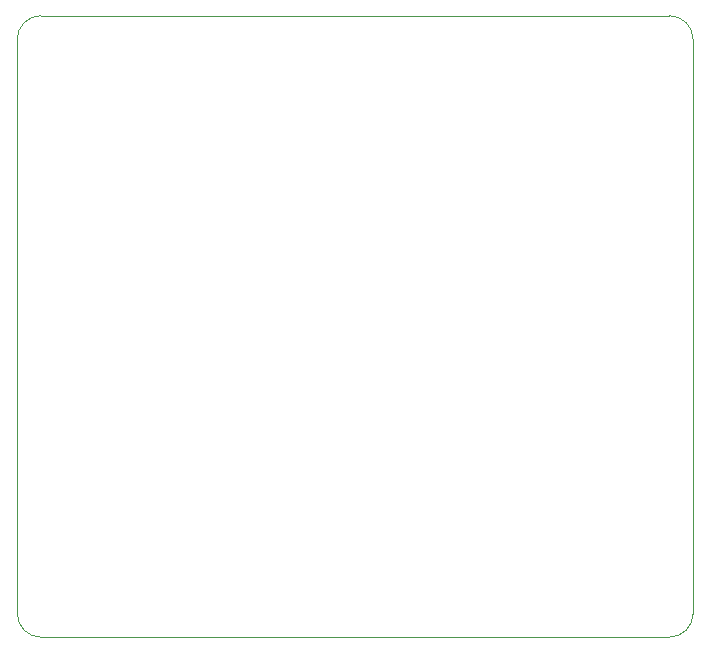
<source format=gm1>
G04 #@! TF.GenerationSoftware,KiCad,Pcbnew,9.0.6*
G04 #@! TF.CreationDate,2026-01-01T23:22:27-06:00*
G04 #@! TF.ProjectId,PiPico_BOB,50695069-636f-45f4-924f-422e6b696361,rev?*
G04 #@! TF.SameCoordinates,Original*
G04 #@! TF.FileFunction,Profile,NP*
%FSLAX46Y46*%
G04 Gerber Fmt 4.6, Leading zero omitted, Abs format (unit mm)*
G04 Created by KiCad (PCBNEW 9.0.6) date 2026-01-01 23:22:27*
%MOMM*%
%LPD*%
G01*
G04 APERTURE LIST*
G04 #@! TA.AperFunction,Profile*
%ADD10C,0.050000*%
G04 #@! TD*
G04 APERTURE END LIST*
D10*
X120726106Y-106766712D02*
G75*
G02*
X118726106Y-108766706I-2000006J12D01*
G01*
X118726106Y-56150070D02*
G75*
G02*
X120726130Y-58150070I-6J-2000030D01*
G01*
X65500000Y-108766712D02*
G75*
G02*
X63499988Y-106766712I0J2000012D01*
G01*
X63500000Y-58150070D02*
G75*
G02*
X65500000Y-56150100I2000000J-30D01*
G01*
X118726106Y-108766712D02*
X65500000Y-108766712D01*
X65500000Y-56150070D02*
X118726106Y-56150070D01*
X120726106Y-58150070D02*
X120726106Y-106766712D01*
X63500000Y-106766712D02*
X63500000Y-58150070D01*
M02*

</source>
